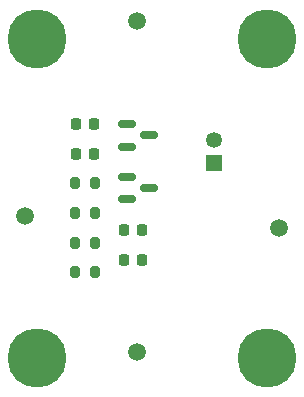
<source format=gbr>
%TF.GenerationSoftware,KiCad,Pcbnew,9.0.6*%
%TF.CreationDate,2025-11-11T14:20:58+00:00*%
%TF.ProjectId,BJT_Astable_Multivibrator_PCB,424a545f-4173-4746-9162-6c655f4d756c,rev?*%
%TF.SameCoordinates,Original*%
%TF.FileFunction,Soldermask,Top*%
%TF.FilePolarity,Negative*%
%FSLAX46Y46*%
G04 Gerber Fmt 4.6, Leading zero omitted, Abs format (unit mm)*
G04 Created by KiCad (PCBNEW 9.0.6) date 2025-11-11 14:20:58*
%MOMM*%
%LPD*%
G01*
G04 APERTURE LIST*
G04 Aperture macros list*
%AMRoundRect*
0 Rectangle with rounded corners*
0 $1 Rounding radius*
0 $2 $3 $4 $5 $6 $7 $8 $9 X,Y pos of 4 corners*
0 Add a 4 corners polygon primitive as box body*
4,1,4,$2,$3,$4,$5,$6,$7,$8,$9,$2,$3,0*
0 Add four circle primitives for the rounded corners*
1,1,$1+$1,$2,$3*
1,1,$1+$1,$4,$5*
1,1,$1+$1,$6,$7*
1,1,$1+$1,$8,$9*
0 Add four rect primitives between the rounded corners*
20,1,$1+$1,$2,$3,$4,$5,0*
20,1,$1+$1,$4,$5,$6,$7,0*
20,1,$1+$1,$6,$7,$8,$9,0*
20,1,$1+$1,$8,$9,$2,$3,0*%
G04 Aperture macros list end*
%ADD10RoundRect,0.225000X-0.225000X-0.250000X0.225000X-0.250000X0.225000X0.250000X-0.225000X0.250000X0*%
%ADD11R,1.350000X1.350000*%
%ADD12C,1.350000*%
%ADD13C,1.500000*%
%ADD14RoundRect,0.218750X-0.218750X-0.256250X0.218750X-0.256250X0.218750X0.256250X-0.218750X0.256250X0*%
%ADD15RoundRect,0.150000X-0.587500X-0.150000X0.587500X-0.150000X0.587500X0.150000X-0.587500X0.150000X0*%
%ADD16RoundRect,0.200000X-0.200000X-0.275000X0.200000X-0.275000X0.200000X0.275000X-0.200000X0.275000X0*%
%ADD17C,5.000000*%
G04 APERTURE END LIST*
D10*
%TO.C,C2*%
X149827500Y-72190000D03*
X151377500Y-72190000D03*
%TD*%
%TO.C,C1*%
X149827500Y-69680000D03*
X151377500Y-69680000D03*
%TD*%
D11*
%TO.C,J1*%
X161542500Y-73000000D03*
D12*
X161542500Y-71000000D03*
%TD*%
D13*
%TO.C,FID3*%
X155000000Y-89000000D03*
%TD*%
D14*
%TO.C,D2*%
X153865000Y-81210000D03*
X155440000Y-81210000D03*
%TD*%
%TO.C,D1*%
X153865000Y-78620000D03*
X155440000Y-78620000D03*
%TD*%
D15*
%TO.C,Q2*%
X154125000Y-74150000D03*
X154125000Y-76050000D03*
X156000000Y-75100000D03*
%TD*%
%TO.C,Q1*%
X154125000Y-69700000D03*
X154125000Y-71600000D03*
X156000000Y-70650000D03*
%TD*%
D16*
%TO.C,R4*%
X149777500Y-82230000D03*
X151427500Y-82230000D03*
%TD*%
%TO.C,R3*%
X149777500Y-79720000D03*
X151427500Y-79720000D03*
%TD*%
%TO.C,R2*%
X149777500Y-77210000D03*
X151427500Y-77210000D03*
%TD*%
%TO.C,R1*%
X149777500Y-74700000D03*
X151427500Y-74700000D03*
%TD*%
D13*
%TO.C,FID1*%
X145500000Y-77500000D03*
%TD*%
%TO.C,FID4*%
X155000000Y-61000000D03*
%TD*%
D17*
%TO.C,H1*%
X146500000Y-62500000D03*
%TD*%
%TO.C,H3*%
X166000000Y-89500000D03*
%TD*%
%TO.C,H2*%
X166000000Y-62500000D03*
%TD*%
%TO.C,H4*%
X146500000Y-89500000D03*
%TD*%
D13*
%TO.C,FID2*%
X167000000Y-78500000D03*
%TD*%
M02*

</source>
